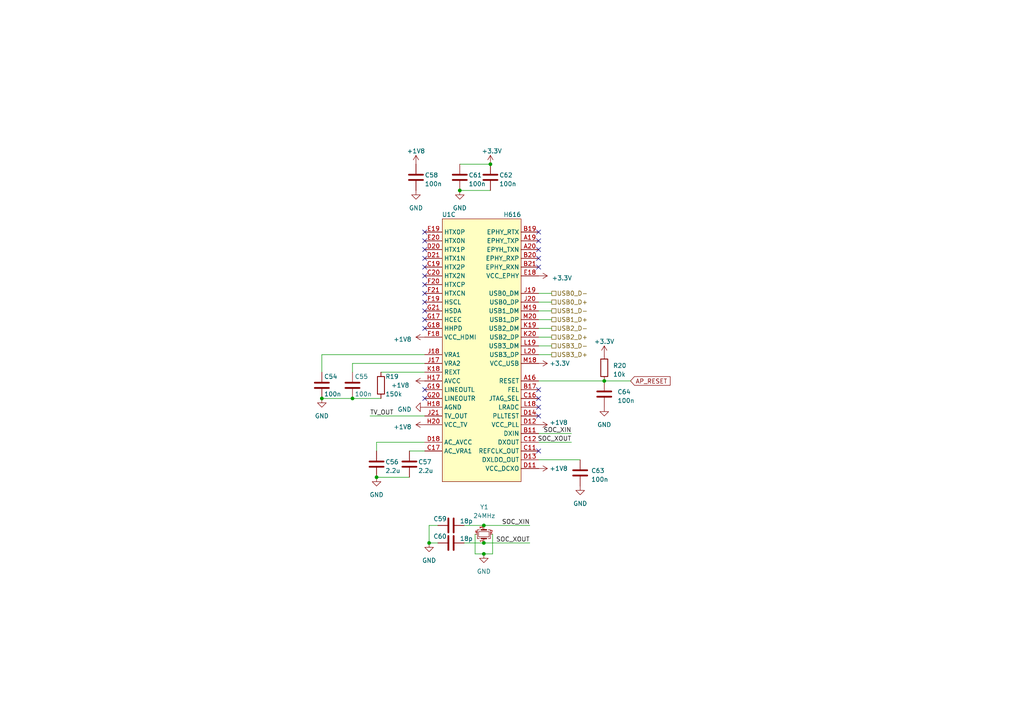
<source format=kicad_sch>
(kicad_sch (version 20250114) (generator "eeschema") (generator_version "9.0")
  (paper "A4")
  (lib_symbols
    (symbol "Device:C" (pin_numbers (hide yes)) (pin_names (offset 0.254))
      (property "Reference" "C" (at 0.635 2.54 0))
      (property "Value" "C" (at 0.635 -2.54 0))
      (symbol "C_0_1"
        (polyline (pts (xy -2.032 0.762) (xy 2.032 0.762)) (stroke (width 0.508)))
        (polyline (pts (xy -2.032 -0.762) (xy 2.032 -0.762)) (stroke (width 0.508)))
      )
      (symbol "C_1_1"
        (pin passive line (at 0 3.81 270) (length 2.794) (name "~") (number "1"))
        (pin passive line (at 0 -3.81 90) (length 2.794) (name "~") (number "2"))
      )
    )
    (symbol "Device:Crystal_GND24_Small" (pin_names (offset 1.016) (hide yes))
      (property "Reference" "Y" (at 1.27 4.445 0))
      (property "Value" "Crystal_GND24_Small" (at 1.27 2.54 0))
      (symbol "Crystal_GND24_Small_0_1"
        (polyline (pts (xy -1.27 1.27) (xy -1.27 1.905) (xy 1.27 1.905) (xy 1.27 1.27)))
        (polyline (pts (xy -1.27 -0.762) (xy -1.27 0.762)) (stroke (width 0.381)))
        (polyline (pts (xy -1.27 -1.27) (xy -1.27 -1.905) (xy 1.27 -1.905) (xy 1.27 -1.27)))
        (rectangle (start -0.762 -1.524) (end 0.762 1.524))
        (polyline (pts (xy 1.27 -0.762) (xy 1.27 0.762)) (stroke (width 0.381)))
      )
      (symbol "Crystal_GND24_Small_1_1"
        (pin passive line (at -2.54 0 0) (length 1.27) (name "1") (number "1"))
        (pin passive line (at 0 2.54 270) (length 0.635) (name "4") (number "4"))
        (pin passive line (at 0 -2.54 90) (length 0.635) (name "2") (number "2"))
        (pin passive line (at 2.54 0 180) (length 1.27) (name "3") (number "3"))
      )
    )
    (symbol "Device:R" (pin_numbers (hide yes)) (pin_names (offset 0))
      (property "Reference" "R" (at 2.032 0 90))
      (property "Value" "R" (at 0 0 90))
      (symbol "R_0_1"
        (rectangle (start -1.016 -2.54) (end 1.016 2.54) (stroke (width 0.254)))
      )
      (symbol "R_1_1"
        (pin passive line (at 0 3.81 270) (length 1.27) (name "~") (number "1"))
        (pin passive line (at 0 -3.81 90) (length 1.27) (name "~") (number "2"))
      )
    )
    (symbol "H616_lib:H616"
      (property "Reference" "U" (at 0 0 0))
      (symbol "H616_1_1"
        (rectangle (start -7.62 -2.54) (end 15.24 -118.11) (fill (type background)))
        (pin input line (at -12.7 -6.35 0) (length 5.08) (name "SA0") (number "T21"))
        (pin input line (at -12.7 -8.89 0) (length 5.08) (name "SA1") (number "U17"))
        (pin input line (at -12.7 -11.43 0) (length 5.08) (name "SA2") (number "T18"))
        (pin input line (at -12.7 -13.97 0) (length 5.08) (name "SA3") (number "T16"))
        (pin input line (at -12.7 -16.51 0) (length 5.08) (name "SA4") (number "R18"))
        (pin input line (at -12.7 -19.05 0) (length 5.08) (name "SA5") (number "P15"))
        (pin input line (at -12.7 -21.59 0) (length 5.08) (name "SA6") (number "U20"))
        (pin input line (at -12.7 -24.13 0) (length 5.08) (name "SA7") (number "N19"))
        (pin input line (at -12.7 -26.67 0) (length 5.08) (name "SA8") (number "U19"))
        (pin input line (at -12.7 -29.21 0) (length 5.08) (name "SA9") (number "N16"))
        (pin input line (at -12.7 -31.75 0) (length 5.08) (name "SA10") (number "R19"))
        (pin input line (at -12.7 -34.29 0) (length 5.08) (name "SA11") (number "U15"))
        (pin input line (at -12.7 -36.83 0) (length 5.08) (name "SA12") (number "U16"))
        (pin input line (at -12.7 -39.37 0) (length 5.08) (name "SA13") (number "P16"))
        (pin input line (at -12.7 -41.91 0) (length 5.08) (name "SA14") (number "V20"))
        (pin input line (at -12.7 -44.45 0) (length 5.08) (name "SA15") (number "N13"))
        (pin input line (at -12.7 -46.99 0) (length 5.08) (name "SA16") (number "U18"))
        (pin input line (at -12.7 -49.53 0) (length 5.08) (name "SBA0") (number "N21"))
        (pin input line (at -12.7 -52.07 0) (length 5.08) (name "SBA1") (number "R15"))
        (pin input line (at -12.7 -54.61 0) (length 5.08) (name "SBG0") (number "P20"))
        (pin input line (at -12.7 -57.15 0) (length 5.08) (name "SBG1") (number "P21"))
        (pin input line (at -12.7 -59.69 0) (length 5.08) (name "SACT") (number "P18"))
        (pin input line (at -12.7 -62.23 0) (length 5.08) (name "SCS0") (number "V17"))
        (pin input line (at -12.7 -64.77 0) (length 5.08) (name "SCS1") (number "R20"))
        (pin input line (at -12.7 -67.31 0) (length 5.08) (name "SODT0") (number "T20"))
        (pin input line (at -12.7 -69.85 0) (length 5.08) (name "SODT1") (number "N20"))
        (pin input line (at -12.7 -72.39 0) (length 5.08) (name "SCKP") (number "T14"))
        (pin input line (at -12.7 -74.93 0) (length 5.08) (name "SCKN") (number "U14"))
        (pin input line (at -12.7 -77.47 0) (length 5.08) (name "SCKE0") (number "V15"))
        (pin input line (at -12.7 -80.01 0) (length 5.08) (name "SCKE1") (number "P13"))
        (pin input line (at -12.7 -82.55 0) (length 5.08) (name "SRST") (number "U21"))
        (pin input line (at -12.7 -85.09 0) (length 5.08) (name "SDQS0P") (number "R2"))
        (pin input line (at -12.7 -87.63 0) (length 5.08) (name "SDQS0N") (number "R1"))
        (pin input line (at -12.7 -90.17 0) (length 5.08) (name "SDQS1P") (number "U2"))
        (pin input line (at -12.7 -92.71 0) (length 5.08) (name "SDQS1N") (number "V2"))
        (pin input line (at -12.7 -95.25 0) (length 5.08) (name "SDQS2P") (number "V8"))
        (pin input line (at -12.7 -97.79 0) (length 5.08) (name "SDQS2N") (number "U8"))
        (pin input line (at -12.7 -100.33 0) (length 5.08) (name "SDQS3P") (number "V10"))
        (pin input line (at -12.7 -102.87 0) (length 5.08) (name "SDQS3N") (number "U10"))
        (pin input line (at -12.7 -105.41 0) (length 5.08) (name "SDQM0") (number "U1"))
        (pin input line (at -12.7 -107.95 0) (length 5.08) (name "SDQM1") (number "R3"))
        (pin input line (at -12.7 -110.49 0) (length 5.08) (name "SDQM2") (number "T9"))
        (pin input line (at -12.7 -113.03 0) (length 5.08) (name "SDQM3") (number "N10"))
        (pin input line (at 20.32 -6.35 180) (length 5.08) (name "SDQ0") (number "N3"))
        (pin input line (at 20.32 -8.89 180) (length 5.08) (name "SDQ1") (number "U4"))
        (pin input line (at 20.32 -11.43 180) (length 5.08) (name "SDQ2") (number "N2"))
        (pin input line (at 20.32 -13.97 180) (length 5.08) (name "SDQ3") (number "T4"))
        (pin input line (at 20.32 -16.51 180) (length 5.08) (name "SDQ4") (number "U3"))
        (pin input line (at 20.32 -19.05 180) (length 5.08) (name "SDQ5") (number "P1"))
        (pin input line (at 20.32 -21.59 180) (length 5.08) (name "SDQ6") (number "T2"))
        (pin input line (at 20.32 -24.13 180) (length 5.08) (name "SDQ7") (number "P2"))
        (pin input line (at 20.32 -26.67 180) (length 5.08) (name "SDQ8") (number "P5"))
        (pin input line (at 20.32 -29.21 180) (length 5.08) (name "SDQ9") (number "V3"))
        (pin input line (at 20.32 -31.75 180) (length 5.08) (name "SDQ10") (number "P4"))
        (pin input line (at 20.32 -34.29 180) (length 5.08) (name "SDQ11") (number "R4"))
        (pin input line (at 20.32 -36.83 180) (length 5.08) (name "SDQ12") (number "R6"))
        (pin input line (at 20.32 -39.37 180) (length 5.08) (name "SDQ13") (number "N4"))
        (pin input line (at 20.32 -41.91 180) (length 5.08) (name "SDQ14") (number "P6"))
        (pin input line (at 20.32 -44.45 180) (length 5.08) (name "SDQ15") (number "N5"))
        (pin input line (at 20.32 -46.99 180) (length 5.08) (name "SDQ16") (number "T11"))
        (pin input line (at 20.32 -49.53 180) (length 5.08) (name "SDQ17") (number "U12"))
        (pin input line (at 20.32 -52.07 180) (length 5.08) (name "SDQ18") (number "T12"))
        (pin input line (at 20.32 -54.61 180) (length 5.08) (name "SDQ19") (number "U9"))
        (pin input line (at 20.32 -57.15 180) (length 5.08) (name "SDQ20") (number "T6"))
        (pin input line (at 20.32 -59.69 180) (length 5.08) (name "SDQ21") (number "U5"))
        (pin input line (at 20.32 -62.23 180) (length 5.08) (name "SDQ22") (number "T7"))
        (pin input line (at 20.32 -64.77 180) (length 5.08) (name "SDQ23") (number "T5"))
        (pin input line (at 20.32 -67.31 180) (length 5.08) (name "SDQ24") (number "R9"))
        (pin input line (at 20.32 -69.85 180) (length 5.08) (name "SDQ25") (number "P7"))
        (pin input line (at 20.32 -72.39 180) (length 5.08) (name "SDQ26") (number "N7"))
        (pin input line (at 20.32 -74.93 180) (length 5.08) (name "SDQ27") (number "P9"))
        (pin input line (at 20.32 -77.47 180) (length 5.08) (name "SDQ28") (number "P10"))
        (pin input line (at 20.32 -80.01 180) (length 5.08) (name "SDQ29") (number "U11"))
        (pin input line (at 20.32 -82.55 180) (length 5.08) (name "SDQ30") (number "P12"))
        (pin input line (at 20.32 -85.09 180) (length 5.08) (name "SDQ31") (number "R12"))
        (pin input line (at 20.32 -87.63 180) (length 5.08) (name "SZQ") (number "L15"))
        (pin input line (at 20.32 -90.17 180) (length 5.08) (name "VCC_DRAM1") (number "L9"))
        (pin input line (at 20.32 -92.71 180) (length 5.08) (name "VCC_DRAM2") (number "L10"))
        (pin input line (at 20.32 -95.25 180) (length 5.08) (name "VCC_DRAM3") (number "L11"))
        (pin input line (at 20.32 -97.79 180) (length 5.08) (name "VCC_DRAM4") (number "L12"))
        (pin input line (at 20.32 -100.33 180) (length 5.08) (name "VCC_DRAM5") (number "L13"))
        (pin input line (at 20.32 -102.87 180) (length 5.08) (name "VDD18_DRAM") (number "L14"))
      )
      (symbol "H616_2_1"
        (rectangle (start -7.62 -38.1) (end 10.16 -162.56) (fill (type background)))
        (pin input line (at -12.7 -40.64 0) (length 5.08) (name "PC0") (number "B1"))
        (pin input line (at -12.7 -43.18 0) (length 5.08) (name "PC1") (number "C2"))
        (pin input line (at -12.7 -45.72 0) (length 5.08) (name "PC2") (number "C1"))
        (pin input line (at -12.7 -48.26 0) (length 5.08) (name "PC3") (number "D1"))
        (pin input line (at -12.7 -50.8 0) (length 5.08) (name "PC4") (number "D2"))
        (pin input line (at -12.7 -53.34 0) (length 5.08) (name "PC5") (number "D3"))
        (pin input line (at -12.7 -55.88 0) (length 5.08) (name "PC6") (number "E2"))
        (pin input line (at -12.7 -58.42 0) (length 5.08) (name "PC7") (number "F4"))
        (pin input line (at -12.7 -60.96 0) (length 5.08) (name "PC8") (number "E3"))
        (pin input line (at -12.7 -63.5 0) (length 5.08) (name "PC9") (number "F1"))
        (pin input line (at -12.7 -66.04 0) (length 5.08) (name "PC10") (number "F2"))
        (pin input line (at -12.7 -68.58 0) (length 5.08) (name "PC11") (number "F3"))
        (pin input line (at -12.7 -71.12 0) (length 5.08) (name "PC12") (number "G2"))
        (pin input line (at -12.7 -73.66 0) (length 5.08) (name "PC13") (number "G3"))
        (pin input line (at -12.7 -76.2 0) (length 5.08) (name "PC14") (number "H1"))
        (pin input line (at -12.7 -78.74 0) (length 5.08) (name "PC15") (number "H2"))
        (pin input line (at -12.7 -81.28 0) (length 5.08) (name "PC16") (number "H3"))
        (pin input line (at -12.7 -83.82 0) (length 5.08) (name "VCC_PC") (number "F5"))
        (pin input line (at -12.7 -88.9 0) (length 5.08) (name "PF0") (number "J2"))
        (pin input line (at -12.7 -91.44 0) (length 5.08) (name "PF1") (number "J3"))
        (pin input line (at -12.7 -93.98 0) (length 5.08) (name "PF2") (number "K1"))
        (pin input line (at -12.7 -96.52 0) (length 5.08) (name "PF3") (number "K3"))
        (pin input line (at -12.7 -99.06 0) (length 5.08) (name "PF4") (number "L2"))
        (pin input line (at -12.7 -101.6 0) (length 5.08) (name "PF5") (number "L3"))
        (pin input line (at -12.7 -104.14 0) (length 5.08) (name "PF6") (number "K2"))
        (pin input line (at -12.7 -109.22 0) (length 5.08) (name "PG0") (number "A6"))
        (pin input line (at -12.7 -111.76 0) (length 5.08) (name "PG1") (number "C7"))
        (pin input line (at -12.7 -114.3 0) (length 5.08) (name "PG2") (number "C6"))
        (pin input line (at -12.7 -116.84 0) (length 5.08) (name "PG3") (number "B5"))
        (pin input line (at -12.7 -119.38 0) (length 5.08) (name "PG4") (number "C5"))
        (pin input line (at -12.7 -121.92 0) (length 5.08) (name "PG5") (number "B7"))
        (pin input line (at -12.7 -124.46 0) (length 5.08) (name "PG6") (number "A4"))
        (pin input line (at -12.7 -127 0) (length 5.08) (name "PG7") (number "B4"))
        (pin input line (at -12.7 -129.54 0) (length 5.08) (name "PG8") (number "C4"))
        (pin input line (at -12.7 -132.08 0) (length 5.08) (name "PG9") (number "B3"))
        (pin input line (at -12.7 -134.62 0) (length 5.08) (name "PG10") (number "C8"))
        (pin input line (at -12.7 -137.16 0) (length 5.08) (name "PG11") (number "B10"))
        (pin input line (at -12.7 -139.7 0) (length 5.08) (name "PG12") (number "C9"))
        (pin input line (at -12.7 -142.24 0) (length 5.08) (name "PG13") (number "C10"))
        (pin input line (at -12.7 -144.78 0) (length 5.08) (name "PG14") (number "B9"))
        (pin input line (at -12.7 -147.32 0) (length 5.08) (name "PG15") (number "A8"))
        (pin input line (at -12.7 -149.86 0) (length 5.08) (name "PG16") (number "B8"))
        (pin input line (at -12.7 -152.4 0) (length 5.08) (name "PG17") (number "C3"))
        (pin input line (at -12.7 -154.94 0) (length 5.08) (name "PG18") (number "A2"))
        (pin input line (at -12.7 -157.48 0) (length 5.08) (name "PG19") (number "B2"))
        (pin input line (at -12.7 -160.02 0) (length 5.08) (name "VCC_PG") (number "D7"))
        (pin input line (at 15.24 -40.64 180) (length 5.08) (name "PH0") (number "D16"))
        (pin input line (at 15.24 -43.18 180) (length 5.08) (name "PH1") (number "D15"))
        (pin input line (at 15.24 -45.72 180) (length 5.08) (name "PH2") (number "B15"))
        (pin input line (at 15.24 -48.26 180) (length 5.08) (name "PH3") (number "C15"))
        (pin input line (at 15.24 -50.8 180) (length 5.08) (name "PH4") (number "A14"))
        (pin input line (at 15.24 -53.34 180) (length 5.08) (name "PH5") (number "B14"))
        (pin input line (at 15.24 -55.88 180) (length 5.08) (name "PH6") (number "C14"))
        (pin input line (at 15.24 -58.42 180) (length 5.08) (name "PH7") (number "B12"))
        (pin input line (at 15.24 -60.96 180) (length 5.08) (name "PH8") (number "C13"))
        (pin input line (at 15.24 -63.5 180) (length 5.08) (name "PH9") (number "A12"))
        (pin input line (at 15.24 -66.04 180) (length 5.08) (name "PH10") (number "B13"))
        (pin input line (at 15.24 -71.12 180) (length 5.08) (name "PI0") (number "H6"))
        (pin input line (at 15.24 -73.66 180) (length 5.08) (name "PI1") (number "D4"))
        (pin input line (at 15.24 -76.2 180) (length 5.08) (name "PI2") (number "G6"))
        (pin input line (at 15.24 -78.74 180) (length 5.08) (name "PI3") (number "E4"))
        (pin input line (at 15.24 -81.28 180) (length 5.08) (name "PI4") (number "G5"))
        (pin input line (at 15.24 -83.82 180) (length 5.08) (name "PI5") (number "H4"))
        (pin input line (at 15.24 -86.36 180) (length 5.08) (name "PI6") (number "H5"))
        (pin input line (at 15.24 -88.9 180) (length 5.08) (name "PI7") (number "G4"))
        (pin input line (at 15.24 -91.44 180) (length 5.08) (name "PI8") (number "E6"))
        (pin input line (at 15.24 -93.98 180) (length 5.08) (name "PI9") (number "D5"))
        (pin input line (at 15.24 -96.52 180) (length 5.08) (name "PI10") (number "L5"))
        (pin input line (at 15.24 -99.06 180) (length 5.08) (name "PI11") (number "K4"))
        (pin input line (at 15.24 -101.6 180) (length 5.08) (name "PI12") (number "K5"))
        (pin input line (at 15.24 -104.14 180) (length 5.08) (name "PI13") (number "E5"))
        (pin input line (at 15.24 -106.68 180) (length 5.08) (name "PI14") (number "L6"))
        (pin input line (at 15.24 -109.22 180) (length 5.08) (name "PI15") (number "L4"))
        (pin input line (at 15.24 -111.76 180) (length 5.08) (name "PI16") (number "K6"))
        (pin input line (at 15.24 -114.3 180) (length 5.08) (name "VCC_PI") (number "J6"))
        (pin input line (at 15.24 -119.38 180) (length 5.08) (name "PL0") (number "C18"))
        (pin input line (at 15.24 -121.92 180) (length 5.08) (name "PL1") (number "B18"))
      )
      (symbol "H616_3_1"
        (rectangle (start -8.89 -39.37) (end 13.97 -115.57) (fill (type background)))
        (pin input line (at -13.97 -43.18 0) (length 5.08) (name "HTX0P") (number "E19"))
        (pin input line (at -13.97 -45.72 0) (length 5.08) (name "HTX0N") (number "E20"))
        (pin input line (at -13.97 -48.26 0) (length 5.08) (name "HTX1P") (number "D20"))
        (pin input line (at -13.97 -50.8 0) (length 5.08) (name "HTX1N") (number "D21"))
        (pin input line (at -13.97 -53.34 0) (length 5.08) (name "HTX2P") (number "C19"))
        (pin input line (at -13.97 -55.88 0) (length 5.08) (name "HTX2N") (number "C20"))
        (pin input line (at -13.97 -58.42 0) (length 5.08) (name "HTXCP") (number "F20"))
        (pin input line (at -13.97 -60.96 0) (length 5.08) (name "HTXCN") (number "F21"))
        (pin input line (at -13.97 -63.5 0) (length 5.08) (name "HSCL") (number "F19"))
        (pin input line (at -13.97 -66.04 0) (length 5.08) (name "HSDA") (number "G21"))
        (pin input line (at -13.97 -68.58 0) (length 5.08) (name "HCEC") (number "G17"))
        (pin input line (at -13.97 -71.12 0) (length 5.08) (name "HHPD") (number "G18"))
        (pin input line (at -13.97 -73.66 0) (length 5.08) (name "VCC_HDMI") (number "F18"))
        (pin input line (at -13.97 -78.74 0) (length 5.08) (name "VRA1") (number "J18"))
        (pin input line (at -13.97 -81.28 0) (length 5.08) (name "VRA2") (number "J17"))
        (pin input line (at -13.97 -83.82 0) (length 5.08) (name "REXT") (number "K18"))
        (pin input line (at -13.97 -86.36 0) (length 5.08) (name "AVCC") (number "H17"))
        (pin input line (at -13.97 -88.9 0) (length 5.08) (name "LINEOUTL") (number "G19"))
        (pin input line (at -13.97 -91.44 0) (length 5.08) (name "LINEOUTR") (number "G20"))
        (pin input line (at -13.97 -93.98 0) (length 5.08) (name "AGND") (number "H18"))
        (pin input line (at -13.97 -96.52 0) (length 5.08) (name "TV_OUT") (number "J21"))
        (pin input line (at -13.97 -99.06 0) (length 5.08) (name "VCC_TV") (number "H20"))
        (pin input line (at -13.97 -104.14 0) (length 5.08) (name "AC_AVCC") (number "D18"))
        (pin input line (at -13.97 -106.68 0) (length 5.08) (name "AC_VRA1") (number "C17"))
        (pin input line (at 19.05 -43.18 180) (length 5.08) (name "EPHY_RTX") (number "B19"))
        (pin input line (at 19.05 -45.72 180) (length 5.08) (name "EPHY_TXP") (number "A19"))
        (pin input line (at 19.05 -48.26 180) (length 5.08) (name "EPYH_TXN") (number "A20"))
        (pin input line (at 19.05 -50.8 180) (length 5.08) (name "EPHY_RXP") (number "B20"))
        (pin input line (at 19.05 -53.34 180) (length 5.08) (name "EPHY_RXN") (number "B21"))
        (pin input line (at 19.05 -55.88 180) (length 5.08) (name "VCC_EPHY") (number "E18"))
        (pin input line (at 19.05 -60.96 180) (length 5.08) (name "USB0_DM") (number "J19"))
        (pin input line (at 19.05 -63.5 180) (length 5.08) (name "USB0_DP") (number "J20"))
        (pin input line (at 19.05 -66.04 180) (length 5.08) (name "USB1_DM") (number "M19"))
        (pin input line (at 19.05 -68.58 180) (length 5.08) (name "USB1_DP") (number "M20"))
        (pin input line (at 19.05 -71.12 180) (length 5.08) (name "USB2_DM") (number "K19"))
        (pin input line (at 19.05 -73.66 180) (length 5.08) (name "USB2_DP") (number "K20"))
        (pin input line (at 19.05 -76.2 180) (length 5.08) (name "USB3_DM") (number "L19"))
        (pin input line (at 19.05 -78.74 180) (length 5.08) (name "USB3_DP") (number "L20"))
        (pin input line (at 19.05 -81.28 180) (length 5.08) (name "VCC_USB") (number "M18"))
        (pin input line (at 19.05 -86.36 180) (length 5.08) (name "RESET") (number "A16"))
        (pin input line (at 19.05 -88.9 180) (length 5.08) (name "FEL") (number "B17"))
        (pin input line (at 19.05 -91.44 180) (length 5.08) (name "JTAG_SEL") (number "C16"))
        (pin input line (at 19.05 -93.98 180) (length 5.08) (name "LRADC") (number "L18"))
        (pin input line (at 19.05 -96.52 180) (length 5.08) (name "PLLTEST") (number "D14"))
        (pin input line (at 19.05 -99.06 180) (length 5.08) (name "VCC_PLL") (number "D12"))
        (pin input line (at 19.05 -101.6 180) (length 5.08) (name "DXIN") (number "B11"))
        (pin input line (at 19.05 -104.14 180) (length 5.08) (name "DXOUT") (number "C12"))
        (pin input line (at 19.05 -106.68 180) (length 5.08) (name "REFCLK_OUT") (number "C11"))
        (pin input line (at 19.05 -109.22 180) (length 5.08) (name "DXLDO_OUT") (number "D13"))
        (pin input line (at 19.05 -111.76 180) (length 5.08) (name "VCC_DCXO") (number "D11"))
      )
      (symbol "H616_4_1"
        (rectangle (start -6.35 -2.54) (end 19.05 -112.395) (fill (type background)))
        (pin input line (at -11.43 -6.35 0) (length 5.08) (name "VDD_SYS1") (number "F11"))
        (pin input line (at -11.43 -8.89 0) (length 5.08) (name "VDD_SYS2") (number "F12"))
        (pin input line (at -11.43 -11.43 0) (length 5.08) (name "VDD_SYS3") (number "F13"))
        (pin input line (at -11.43 -13.97 0) (length 5.08) (name "VDD_SYS4") (number "G10"))
        (pin input line (at -11.43 -16.51 0) (length 5.08) (name "VDD_SYS5") (number "G11"))
        (pin input line (at -11.43 -19.05 0) (length 5.08) (name "VDD_SYS6") (number "G12"))
        (pin input line (at -11.43 -24.13 0) (length 5.08) (name "VDD_CPU1") (number "H8"))
        (pin input line (at -11.43 -26.67 0) (length 5.08) (name "VDD_CPU2") (number "H9"))
        (pin input line (at -11.43 -29.21 0) (length 5.08) (name "VDD_CPU3") (number "J8"))
        (pin input line (at -11.43 -31.75 0) (length 5.08) (name "VDD_CPU4") (number "J9"))
        (pin input line (at -11.43 -34.29 0) (length 5.08) (name "VDD_CPU5") (number "J10"))
        (pin input line (at -11.43 -36.83 0) (length 5.08) (name "VDD_CPU6") (number "J11"))
        (pin input line (at -11.43 -39.37 0) (length 5.08) (name "VDD_CPUFB") (number "L8"))
        (pin input line (at -11.43 -44.45 0) (length 5.08) (name "VDD_GPU1") (number "F9"))
        (pin input line (at -11.43 -46.99 0) (length 5.08) (name "VDD_GPU2") (number "F10"))
        (pin input line (at -11.43 -49.53 0) (length 5.08) (name "VDD_GPU3") (number "G8"))
        (pin input line (at -11.43 -52.07 0) (length 5.08) (name "VDD_GPU4") (number "G9"))
        (pin input line (at -11.43 -54.61 0) (length 5.08) (name "VDD_GPUFB") (number "F8"))
        (pin input line (at -11.43 -59.69 0) (length 5.08) (name "VCC_IO") (number "D10"))
        (pin input line (at -11.43 -64.77 0) (length 5.08) (name "GND1") (number "A1"))
        (pin input line (at -11.43 -67.31 0) (length 5.08) (name "GND2") (number "A10"))
        (pin input line (at -11.43 -69.85 0) (length 5.08) (name "GND3") (number "A18"))
        (pin input line (at -11.43 -72.39 0) (length 5.08) (name "GND4") (number "A21"))
        (pin input line (at -11.43 -74.93 0) (length 5.08) (name "GND5") (number "B6"))
        (pin input line (at -11.43 -77.47 0) (length 5.08) (name "GND6") (number "B16"))
        (pin input line (at -11.43 -80.01 0) (length 5.08) (name "GND7") (number "D19"))
        (pin input line (at -11.43 -82.55 0) (length 5.08) (name "GND8") (number "F14"))
        (pin input line (at -11.43 -85.09 0) (length 5.08) (name "GND9") (number "F15"))
        (pin input line (at -11.43 -87.63 0) (length 5.08) (name "GND10") (number "G13"))
        (pin input line (at -11.43 -90.17 0) (length 5.08) (name "GND11") (number "G14"))
        (pin input line (at -11.43 -92.71 0) (length 5.08) (name "GND12") (number "G15"))
        (pin input line (at -11.43 -95.25 0) (length 5.08) (name "GND13") (number "H10"))
        (pin input line (at -11.43 -97.79 0) (length 5.08) (name "GND14") (number "H11"))
        (pin input line (at -11.43 -100.33 0) (length 5.08) (name "GND15") (number "H12"))
        (pin input line (at 24.13 -6.35 180) (length 5.08) (name "GND16") (number "H13"))
        (pin input line (at 24.13 -8.89 180) (length 5.08) (name "GND17") (number "H14"))
        (pin input line (at 24.13 -11.43 180) (length 5.08) (name "GND18") (number "H15"))
        (pin input line (at 24.13 -13.97 180) (length 5.08) (name "GND19") (number "H19"))
        (pin input line (at 24.13 -16.51 180) (length 5.08) (name "GND20") (number "J12"))
        (pin input line (at 24.13 -19.05 180) (length 5.08) (name "GND21") (number "J13"))
        (pin input line (at 24.13 -21.59 180) (length 5.08) (name "GND22") (number "J14"))
        (pin input line (at 24.13 -24.13 180) (length 5.08) (name "GND23") (number "J15"))
        (pin input line (at 24.13 -26.67 180) (length 5.08) (name "GND24") (number "M1"))
        (pin input line (at 24.13 -29.21 180) (length 5.08) (name "GND25") (number "K8"))
        (pin input line (at 24.13 -31.75 180) (length 5.08) (name "GND26") (number "K9"))
        (pin input line (at 24.13 -34.29 180) (length 5.08) (name "GND27") (number "K10"))
        (pin input line (at 24.13 -36.83 180) (length 5.08) (name "GND28") (number "K11"))
        (pin input line (at 24.13 -39.37 180) (length 5.08) (name "GND29") (number "K12"))
        (pin input line (at 24.13 -41.91 180) (length 5.08) (name "GND30") (number "K13"))
        (pin input line (at 24.13 -44.45 180) (length 5.08) (name "GND31") (number "K14"))
        (pin input line (at 24.13 -46.99 180) (length 5.08) (name "GND32") (number "K15"))
        (pin input line (at 24.13 -49.53 180) (length 5.08) (name "GND33") (number "L21"))
        (pin input line (at 24.13 -52.07 180) (length 5.08) (name "GND34") (number "M2"))
        (pin input line (at 24.13 -54.61 180) (length 5.08) (name "GND35") (number "M3"))
        (pin input line (at 24.13 -57.15 180) (length 5.08) (name "GND36") (number "N6"))
        (pin input line (at 24.13 -59.69 180) (length 5.08) (name "GND37") (number "N9"))
        (pin input line (at 24.13 -62.23 180) (length 5.08) (name "GND38") (number "N12"))
        (pin input line (at 24.13 -64.77 180) (length 5.08) (name "GND39") (number "N15"))
        (pin input line (at 24.13 -67.31 180) (length 5.08) (name "GND40") (number "N18"))
        (pin input line (at 24.13 -69.85 180) (length 5.08) (name "GND41") (number "P3"))
        (pin input line (at 24.13 -72.39 180) (length 5.08) (name "GND42") (number "R5"))
        (pin input line (at 24.13 -74.93 180) (length 5.08) (name "GND43") (number "R21"))
        (pin input line (at 24.13 -77.47 180) (length 5.08) (name "GND44") (number "T1"))
        (pin input line (at 24.13 -80.01 180) (length 5.08) (name "GND45") (number "T3"))
        (pin input line (at 24.13 -82.55 180) (length 5.08) (name "GND46") (number "T8"))
        (pin input line (at 24.13 -85.09 180) (length 5.08) (name "GND47") (number "T10"))
        (pin input line (at 24.13 -87.63 180) (length 5.08) (name "GND48") (number "T15"))
        (pin input line (at 24.13 -90.17 180) (length 5.08) (name "GND49") (number "T17"))
        (pin input line (at 24.13 -92.71 180) (length 5.08) (name "GND50") (number "U6"))
        (pin input line (at 24.13 -95.25 180) (length 5.08) (name "GND51") (number "U13"))
        (pin input line (at 24.13 -97.79 180) (length 5.08) (name "GND52") (number "V1"))
        (pin input line (at 24.13 -100.33 180) (length 5.08) (name "GND53") (number "V5"))
        (pin input line (at 24.13 -102.87 180) (length 5.08) (name "GND54") (number "V12"))
        (pin input line (at 24.13 -105.41 180) (length 5.08) (name "GND55") (number "V19"))
        (pin input line (at 24.13 -107.95 180) (length 5.08) (name "GND56") (number "V21"))
      )
    )
    (symbol "power:+1V8" (power) (pin_names (offset 0))
      (property "Value" "+1V8" (at 0 3.556 0))
      (symbol "+1V8_0_1"
        (polyline (pts (xy -0.762 1.27) (xy 0 2.54)))
        (polyline (pts (xy 0 2.54) (xy 0.762 1.27)))
        (polyline (pts (xy 0 0) (xy 0 2.54)))
      )
      (symbol "+1V8_1_1"
        (pin power_in line (at 0 0 90) (length 0) (hide yes) (name "+1V8") (number "1"))
      )
    )
    (symbol "power:+3.3V" (power) (pin_names (offset 0))
      (property "Value" "+3.3V" (at 0 3.556 0))
      (symbol "+3.3V_0_1"
        (polyline (pts (xy -0.762 1.27) (xy 0 2.54)))
        (polyline (pts (xy 0 2.54) (xy 0.762 1.27)))
        (polyline (pts (xy 0 0) (xy 0 2.54)))
      )
      (symbol "+3.3V_1_1"
        (pin power_in line (at 0 0 90) (length 0) (hide yes) (name "+3.3V") (number "1"))
      )
    )
    (symbol "power:GND" (power) (pin_names (offset 0))
      (property "Value" "GND" (at 0 -3.81 0))
      (symbol "GND_0_1"
        (polyline (pts (xy 0 0) (xy 0 -1.27) (xy 1.27 -1.27) (xy 0 -2.54) (xy -1.27 -1.27) (xy 0 -1.27)))
      )
      (symbol "GND_1_1"
        (pin power_in line (at 0 0 270) (length 0) (hide yes) (name "GND") (number "1"))
      )
    )
  )
  (junction (at 140.335 152.4))
  (junction (at 140.335 157.48))
  (junction (at 175.26 110.49))
  (junction (at 102.235 115.57))
  (junction (at 133.35 55.245))
  (junction (at 124.46 157.48))
  (junction (at 142.24 47.625))
  (junction (at 109.22 138.43))
  (junction (at 93.345 115.57))
  (junction (at 140.335 160.655))
  (no_connect (at 156.21 67.31))
  (no_connect (at 123.19 85.09))
  (no_connect (at 156.21 113.03))
  (no_connect (at 123.19 115.57))
  (no_connect (at 156.21 130.81))
  (no_connect (at 123.19 80.01))
  (no_connect (at 123.19 95.25))
  (no_connect (at 156.21 118.11))
  (no_connect (at 123.19 92.71))
  (no_connect (at 123.19 67.31))
  (no_connect (at 123.19 113.03))
  (no_connect (at 156.21 72.39))
  (no_connect (at 156.21 69.85))
  (no_connect (at 156.21 120.65))
  (no_connect (at 123.19 82.55))
  (no_connect (at 123.19 90.17))
  (no_connect (at 123.19 87.63))
  (no_connect (at 123.19 69.85))
  (no_connect (at 123.19 77.47))
  (no_connect (at 123.19 72.39))
  (no_connect (at 156.21 77.47))
  (no_connect (at 123.19 74.93))
  (no_connect (at 156.21 115.57))
  (no_connect (at 156.21 74.93))
  (wire (pts (xy 127 152.4) (xy 124.46 152.4)))
  (wire (pts (xy 156.21 110.49) (xy 175.26 110.49)))
  (wire (pts (xy 123.19 128.27) (xy 109.22 128.27)))
  (wire (pts (xy 107.315 120.65) (xy 123.19 120.65)))
  (wire (pts (xy 156.21 90.17) (xy 160.02 90.17)))
  (wire (pts (xy 134.62 157.48) (xy 140.335 157.48)))
  (wire (pts (xy 124.46 157.48) (xy 127 157.48)))
  (wire (pts (xy 142.875 160.655) (xy 140.335 160.655)))
  (wire (pts (xy 142.875 154.94) (xy 142.875 160.655)))
  (wire (pts (xy 109.22 128.27) (xy 109.22 130.81)))
  (wire (pts (xy 93.345 102.87) (xy 93.345 107.95)))
  (wire (pts (xy 134.62 152.4) (xy 140.335 152.4)))
  (wire (pts (xy 118.745 130.81) (xy 123.19 130.81)))
  (wire (pts (xy 102.235 115.57) (xy 110.49 115.57)))
  (wire (pts (xy 140.335 157.48) (xy 153.67 157.48)))
  (wire (pts (xy 156.21 133.35) (xy 168.275 133.35)))
  (wire (pts (xy 156.21 92.71) (xy 160.02 92.71)))
  (wire (pts (xy 156.21 95.25) (xy 160.02 95.25)))
  (wire (pts (xy 133.35 47.625) (xy 142.24 47.625)))
  (wire (pts (xy 133.35 55.245) (xy 142.24 55.245)))
  (wire (pts (xy 123.19 105.41) (xy 102.235 105.41)))
  (wire (pts (xy 123.19 102.87) (xy 93.345 102.87)))
  (wire (pts (xy 156.21 87.63) (xy 160.02 87.63)))
  (wire (pts (xy 124.46 152.4) (xy 124.46 157.48)))
  (wire (pts (xy 140.335 160.655) (xy 137.795 160.655)))
  (wire (pts (xy 156.21 97.79) (xy 160.02 97.79)))
  (wire (pts (xy 102.235 105.41) (xy 102.235 107.95)))
  (wire (pts (xy 109.22 138.43) (xy 118.745 138.43)))
  (wire (pts (xy 156.21 125.73) (xy 165.735 125.73)))
  (wire (pts (xy 175.26 110.49) (xy 182.88 110.49)))
  (wire (pts (xy 156.21 128.27) (xy 165.735 128.27)))
  (wire (pts (xy 110.49 107.95) (xy 123.19 107.95)))
  (wire (pts (xy 93.345 115.57) (xy 102.235 115.57)))
  (wire (pts (xy 156.21 102.87) (xy 160.02 102.87)))
  (wire (pts (xy 137.795 160.655) (xy 137.795 154.94)))
  (wire (pts (xy 156.21 100.33) (xy 160.02 100.33)))
  (wire (pts (xy 140.335 152.4) (xy 153.67 152.4)))
  (wire (pts (xy 160.02 85.09) (xy 156.21 85.09)))
  (label "SOC_XIN" (at 165.735 125.73 180))
  (label "TV_OUT" (at 107.315 120.65 0))
  (label "SOC_XIN" (at 153.67 152.4 180))
  (label "SOC_XOUT" (at 153.67 157.48 180))
  (label "SOC_XOUT" (at 165.735 128.27 180))
  (global_label "AP_RESET" (shape input) (at 182.88 110.49 0) (property "Intersheetrefs" "${INTERSHEET_REFS}" (effects (hide yes))))
  (hierarchical_label "USB1_D-" (shape passive) (at 160.02 90.17 0))
  (hierarchical_label "USB2_D-" (shape passive) (at 160.02 95.25 0))
  (hierarchical_label "USB0_D-" (shape passive) (at 160.02 85.09 0))
  (hierarchical_label "USB3_D-" (shape passive) (at 160.02 100.33 0))
  (hierarchical_label "USB2_D+" (shape passive) (at 160.02 97.79 0))
  (hierarchical_label "USB0_D+" (shape passive) (at 160.02 87.63 0))
  (hierarchical_label "USB3_D+" (shape passive) (at 160.02 102.87 0))
  (hierarchical_label "USB1_D+" (shape passive) (at 160.02 92.71 0))
  (symbol (lib_id "power:GND") (at 133.35 55.245 0) (unit 1)
    (property "Reference" "#PWR076" (effects (hide yes)))
    (property "Value" "GND" (at 133.35 60.325 0))
  )
  (symbol (lib_id "power:GND") (at 175.26 118.11 0) (unit 1)
    (property "Reference" "#PWR085" (effects (hide yes)))
    (property "Value" "GND" (at 175.26 123.19 0))
  )
  (symbol (lib_id "Device:C") (at 130.81 152.4 90) (unit 1)
    (property "Reference" "C59" (at 127.635 150.495 90))
    (property "Value" "18p" (at 135.255 151.13 90))
    (property "Footprint" "Capacitor_SMD:C_0402_1005Metric_Pad0.74x0.62mm_HandSolder" (effects (hide yes)))
    (property "Manufacturer" "FH (Guangdong Fenghua Advanced Tech)" (effects (hide yes)))
    (property "Part Number" "0402CG180J500NT" (effects (hide yes)))
  )
  (symbol (lib_id "Device:R") (at 110.49 111.76 0) (unit 1)
    (property "Reference" "R19" (at 111.76 109.22 0) (effects (justify left)))
    (property "Value" "150k" (at 111.76 114.3 0) (effects (justify left)))
    (property "Footprint" "Resistor_SMD:R_0402_1005Metric_Pad0.72x0.64mm_HandSolder" (effects (hide yes)))
    (property "Manufacturer" "YAGEO" (effects (hide yes)))
    (property "Part Number" "RC0402FR-07150KL" (effects (hide yes)))
  )
  (symbol (lib_id "power:+1V8") (at 123.19 97.79 90) (unit 1)
    (property "Reference" "#PWR071" (effects (hide yes)))
    (property "Value" "+1V8" (at 119.38 98.425 90) (effects (justify left)))
  )
  (symbol (lib_id "power:+1V8") (at 120.65 47.625 0) (unit 1)
    (property "Reference" "#PWR069" (effects (hide yes)))
    (property "Value" "+1V8" (at 120.65 43.815 0))
  )
  (symbol (lib_id "Device:C") (at 175.26 114.3 0) (unit 1)
    (property "Reference" "C64" (at 179.07 113.665 0) (effects (justify left)))
    (property "Value" "100n" (at 179.07 116.205 0) (effects (justify left)))
    (property "Footprint" "Capacitor_SMD:C_0402_1005Metric_Pad0.74x0.62mm_HandSolder" (effects (hide yes)))
    (property "Manufacturer" "Samsung Electro-Mechanics" (effects (hide yes)))
    (property "Part Number" "CL05B104KO5NNNC" (effects (hide yes)))
  )
  (symbol (lib_id "power:+1V8") (at 156.21 123.19 270) (unit 1)
    (property "Reference" "#PWR081" (effects (hide yes)))
    (property "Value" "+1V8" (at 159.385 122.555 90) (effects (justify left)))
  )
  (symbol (lib_id "Device:C") (at 120.65 51.435 0) (unit 1)
    (property "Reference" "C58" (at 123.19 50.8 0) (effects (justify left)))
    (property "Value" "100n" (at 123.19 53.34 0) (effects (justify left)))
    (property "Footprint" "Capacitor_SMD:C_0402_1005Metric_Pad0.74x0.62mm_HandSolder" (effects (hide yes)))
    (property "Manufacturer" "Samsung Electro-Mechanics" (effects (hide yes)))
    (property "Part Number" "CL05B104KO5NNNC" (effects (hide yes)))
  )
  (symbol (lib_id "power:+3.3V") (at 142.24 47.625 0) (unit 1)
    (property "Reference" "#PWR078" (effects (hide yes)))
    (property "Value" "+3.3V" (at 139.7 43.815 0) (effects (justify left)))
  )
  (symbol (lib_id "power:+3.3V") (at 156.21 80.01 270) (unit 1)
    (property "Reference" "#PWR079" (effects (hide yes)))
    (property "Value" "+3.3V" (at 160.02 80.645 90) (effects (justify left)))
  )
  (symbol (lib_id "power:+1V8") (at 123.19 110.49 90) (unit 1)
    (property "Reference" "#PWR072" (effects (hide yes)))
    (property "Value" "+1V8" (at 118.745 111.76 90) (effects (justify left)))
  )
  (symbol (lib_id "Device:C") (at 168.275 137.16 0) (unit 1)
    (property "Reference" "C63" (at 171.45 136.525 0) (effects (justify left)))
    (property "Value" "100n" (at 171.45 139.065 0) (effects (justify left)))
    (property "Footprint" "Capacitor_SMD:C_0402_1005Metric_Pad0.74x0.62mm_HandSolder" (effects (hide yes)))
    (property "Manufacturer" "Samsung Electro-Mechanics" (effects (hide yes)))
    (property "Part Number" "CL05B104KO5NNNC" (effects (hide yes)))
  )
  (symbol (lib_id "power:GND") (at 124.46 157.48 0) (unit 1)
    (property "Reference" "#PWR075" (effects (hide yes)))
    (property "Value" "GND" (at 124.46 162.56 0))
  )
  (symbol (lib_id "power:GND") (at 120.65 55.245 0) (unit 1)
    (property "Reference" "#PWR070" (effects (hide yes)))
    (property "Value" "GND" (at 120.65 60.325 0))
  )
  (symbol (lib_id "Device:Crystal_GND24_Small") (at 140.335 154.94 90) (unit 1)
    (property "Reference" "Y1" (at 140.462 147.066 90))
    (property "Value" "24MHz" (at 140.462 149.606 90))
    (property "Footprint" "Crystal:Crystal_SMD_2520-4Pin_2.5x2.0mm" (effects (hide yes)))
    (property "Manufacturer" "TOGNJING" (effects (hide yes)))
    (property "Part Number" "XTM25024000JT00351001" (effects (hide yes)))
  )
  (symbol (lib_id "Device:C") (at 118.745 134.62 0) (unit 1)
    (property "Reference" "C57" (at 121.285 133.985 0) (effects (justify left)))
    (property "Value" "2.2u" (at 121.285 136.525 0) (effects (justify left)))
    (property "Footprint" "Capacitor_SMD:C_0402_1005Metric_Pad0.74x0.62mm_HandSolder" (effects (hide yes)))
    (property "Manufacturer" "Samsung Electro-Mechanics" (effects (hide yes)))
    (property "Part Number" "CL05A225KO5NQNC" (effects (hide yes)))
  )
  (symbol (lib_id "power:GND") (at 123.19 118.11 270) (unit 1)
    (property "Reference" "#PWR073" (effects (hide yes)))
    (property "Value" "GND" (at 119.38 118.745 90) (effects (justify right)))
  )
  (symbol (lib_id "Device:C") (at 109.22 134.62 0) (unit 1)
    (property "Reference" "C56" (at 111.76 133.985 0) (effects (justify left)))
    (property "Value" "2.2u" (at 111.76 136.525 0) (effects (justify left)))
    (property "Footprint" "Capacitor_SMD:C_0402_1005Metric_Pad0.74x0.62mm_HandSolder" (effects (hide yes)))
    (property "Manufacturer" "Samsung Electro-Mechanics" (effects (hide yes)))
    (property "Part Number" "CL05A225KO5NQNC" (effects (hide yes)))
  )
  (symbol (lib_id "power:+1V8") (at 123.19 123.19 90) (unit 1)
    (property "Reference" "#PWR074" (effects (hide yes)))
    (property "Value" "+1V8" (at 119.38 123.825 90) (effects (justify left)))
  )
  (symbol (lib_id "power:+1V8") (at 156.21 135.89 270) (unit 1)
    (property "Reference" "#PWR082" (effects (hide yes)))
    (property "Value" "+1V8" (at 159.385 135.89 90) (effects (justify left)))
  )
  (symbol (lib_id "Device:C") (at 133.35 51.435 0) (unit 1)
    (property "Reference" "C61" (at 135.89 50.8 0) (effects (justify left)))
    (property "Value" "100n" (at 135.89 53.34 0) (effects (justify left)))
    (property "Footprint" "Capacitor_SMD:C_0402_1005Metric_Pad0.74x0.62mm_HandSolder" (effects (hide yes)))
    (property "Manufacturer" "Samsung Electro-Mechanics" (effects (hide yes)))
    (property "Part Number" "CL05B104KO5NNNC" (effects (hide yes)))
  )
  (symbol (lib_id "power:GND") (at 140.335 160.655 0) (unit 1)
    (property "Reference" "#PWR077" (effects (hide yes)))
    (property "Value" "GND" (at 140.335 165.735 0))
  )
  (symbol (lib_id "Device:C") (at 130.81 157.48 90) (unit 1)
    (property "Reference" "C60" (at 127.635 155.575 90))
    (property "Value" "18p" (at 135.255 156.21 90))
    (property "Footprint" "Capacitor_SMD:C_0402_1005Metric_Pad0.74x0.62mm_HandSolder" (effects (hide yes)))
    (property "Manufacturer" "FH (Guangdong Fenghua Advanced Tech)" (effects (hide yes)))
    (property "Part Number" "0402CG180J500NT" (effects (hide yes)))
  )
  (symbol (lib_id "power:+3.3V") (at 156.21 105.41 270) (unit 1)
    (property "Reference" "#PWR080" (effects (hide yes)))
    (property "Value" "+3.3V" (at 159.385 105.41 90) (effects (justify left)))
  )
  (symbol (lib_id "Device:R") (at 175.26 106.68 0) (unit 1)
    (property "Reference" "R20" (at 177.8 106.045 0) (effects (justify left)))
    (property "Value" "10k" (at 177.8 108.585 0) (effects (justify left)))
    (property "Footprint" "Resistor_SMD:R_0402_1005Metric_Pad0.72x0.64mm_HandSolder" (effects (hide yes)))
    (property "Manufacturer" "YAGEO" (effects (hide yes)))
    (property "Part Number" "RC0402FR-0710KL" (effects (hide yes)))
  )
  (symbol (lib_id "Device:C") (at 102.235 111.76 0) (unit 1)
    (property "Reference" "C55" (at 102.87 109.22 0) (effects (justify left)))
    (property "Value" "100n" (at 102.87 114.3 0) (effects (justify left)))
    (property "Footprint" "Capacitor_SMD:C_0402_1005Metric_Pad0.74x0.62mm_HandSolder" (effects (hide yes)))
    (property "Manufacturer" "Samsung Electro-Mechanics" (effects (hide yes)))
    (property "Part Number" "CL05B104KO5NNNC" (effects (hide yes)))
  )
  (symbol (lib_id "Device:C") (at 93.345 111.76 0) (unit 1)
    (property "Reference" "C54" (at 93.98 109.22 0) (effects (justify left)))
    (property "Value" "100n" (at 93.98 114.3 0) (effects (justify left)))
    (property "Footprint" "Capacitor_SMD:C_0402_1005Metric_Pad0.74x0.62mm_HandSolder" (effects (hide yes)))
    (property "Manufacturer" "Samsung Electro-Mechanics" (effects (hide yes)))
    (property "Part Number" "CL05B104KO5NNNC" (effects (hide yes)))
  )
  (symbol (lib_id "power:GND") (at 109.22 138.43 0) (unit 1)
    (property "Reference" "#PWR068" (effects (hide yes)))
    (property "Value" "GND" (at 109.22 143.51 0))
  )
  (symbol (lib_id "power:+3.3V") (at 175.26 102.87 0) (unit 1)
    (property "Reference" "#PWR084" (effects (hide yes)))
    (property "Value" "+3.3V" (at 175.26 99.06 0))
  )
  (symbol (lib_id "power:GND") (at 168.275 140.97 0) (unit 1)
    (property "Reference" "#PWR083" (effects (hide yes)))
    (property "Value" "GND" (at 168.275 146.05 0))
  )
  (symbol (lib_id "power:GND") (at 93.345 115.57 0) (unit 1)
    (property "Reference" "#PWR067" (effects (hide yes)))
    (property "Value" "GND" (at 93.345 120.65 0))
  )
  (symbol (lib_id "H616_lib:H616") (at 137.16 24.13 0) (unit 3)
    (property "Reference" "U1" (at 130.175 62.23 0))
    (property "Value" "H616" (at 148.59 62.23 0))
    (property "Footprint" "projectlib:H616_TFBGA284" (effects (hide yes)))
    (property "Manufacturer" "Allwinner Tech" (effects (hide yes)))
    (property "Part Number" "H616" (effects (hide yes)))
  )
  (symbol (lib_id "Device:C") (at 142.24 51.435 0) (unit 1)
    (property "Reference" "C62" (at 144.78 50.8 0) (effects (justify left)))
    (property "Value" "100n" (at 144.78 53.34 0) (effects (justify left)))
    (property "Footprint" "Capacitor_SMD:C_0402_1005Metric_Pad0.74x0.62mm_HandSolder" (effects (hide yes)))
    (property "Manufacturer" "Samsung Electro-Mechanics" (effects (hide yes)))
    (property "Part Number" "CL05B104KO5NNNC" (effects (hide yes)))
  )
)
</source>
